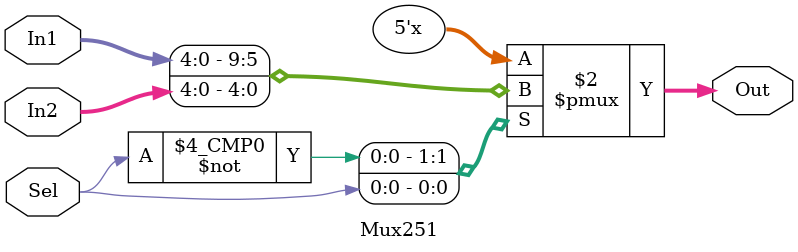
<source format=v>
module Mux251(In1,In2,Sel,Out); //Mux(2:1)

	input [4:0] In1,In2; // 5-bits two inputs
	input Sel; //1-bit selection signal
	output reg [4:0] Out; //32-bits output

always@(In1,In2,Sel)
  begin
    case(Sel) //0 passes In1 ,1 passes In2
      0: Out <= In1;
      1: Out <= In2;
    endcase
  end
endmodule

</source>
